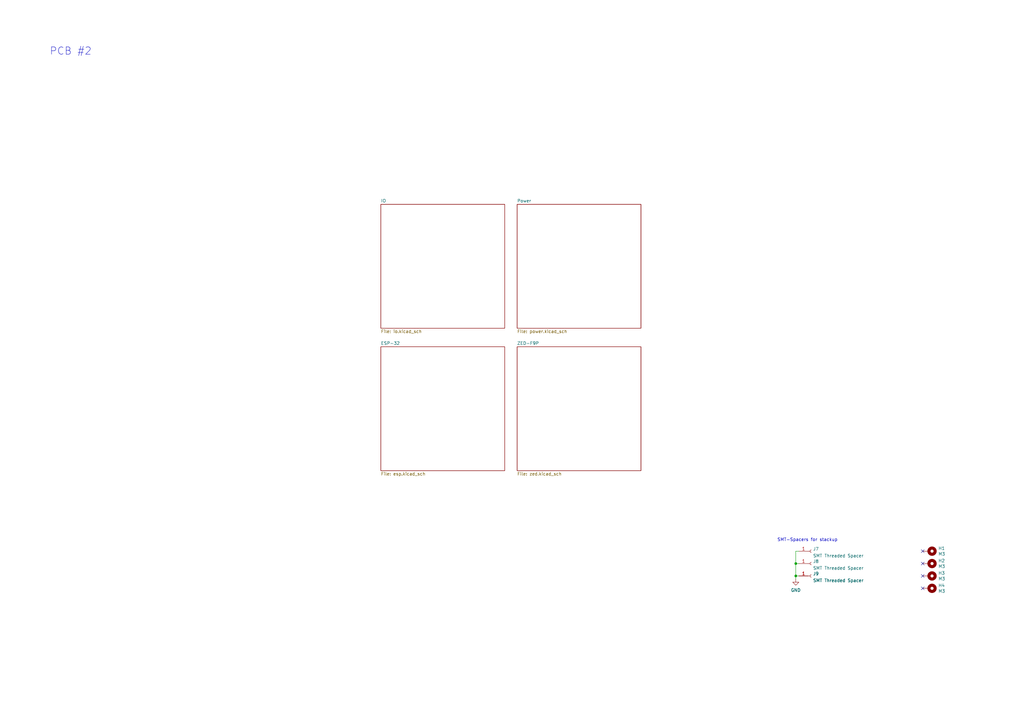
<source format=kicad_sch>
(kicad_sch (version 20211123) (generator eeschema)
  (paper "A3")
  (title_block (title "GNSS") (rev "B"))
  (lib_symbols
    (symbol "Connector:Conn_01x01_Female" (pin_names (offset 1.016) hide)
      (property "Reference" "J" (at 0 2.54 0))
      (property "Value" "Conn_01x01_Female" (at 0 -2.54 0))
      (symbol "Conn_01x01_Female_1_1"
        (polyline (pts (xy -1.27 0) (xy -0.508 0)) (stroke (width 0.1524)))
        (arc (start 0 0.508) (mid -0.508 0) (end 0 -0.508) (stroke (width 0.1524)))
        (pin passive line (at -5.08 0 0) (length 3.81) (name "Pin_1") (number "1"))
      )
    )
    (symbol "Mechanical:MountingHole_Pad" (pin_numbers hide) (pin_names (offset 1.016) hide)
      (property "Reference" "H" (at 0 6.35 0))
      (property "Value" "MountingHole_Pad" (at 0 4.445 0))
      (symbol "MountingHole_Pad_0_1"
        (circle (center 0 1.27) (radius 1.27) (stroke (width 1.27)))
      )
      (symbol "MountingHole_Pad_1_1"
        (pin input line (at 0 -2.54 90) (length 2.54) (name "1") (number "1"))
      )
    )
    (symbol "power:GND" (power) (pin_names (offset 0))
      (property "Value" "GND" (at 0 -3.81 0))
      (symbol "GND_0_1"
        (polyline (pts (xy 0 0) (xy 0 -1.27) (xy 1.27 -1.27) (xy 0 -2.54) (xy -1.27 -1.27) (xy 0 -1.27)))
      )
      (symbol "GND_1_1"
        (pin power_in line (at 0 0 270) (length 0) hide (name "GND") (number "1"))
      )
    )
  )
  (junction (at 326.39 236.22))
  (junction (at 326.39 231.14))
  (no_connect (at 378.46 231.14))
  (no_connect (at 378.46 236.22))
  (no_connect (at 378.46 226.06))
  (no_connect (at 378.46 241.3))
  (wire (pts (xy 326.39 231.14) (xy 327.66 231.14)))
  (wire (pts (xy 326.39 231.14) (xy 326.39 226.06)))
  (wire (pts (xy 326.39 236.22) (xy 327.66 236.22)))
  (wire (pts (xy 326.39 236.22) (xy 326.39 231.14)))
  (wire (pts (xy 326.39 237.49) (xy 326.39 236.22)))
  (wire (pts (xy 326.39 226.06) (xy 327.66 226.06)))
  (text "PCB #2" (at 20.32 22.86 0) (effects (font (size 3 3)) (justify left bottom)))
  (text "SMT-Spacers for stackup" (at 318.77 222.25 0) (effects (font (size 1.27 1.27)) (justify left bottom)))
  (symbol (lib_id "Mechanical:MountingHole_Pad") (at 381 226.06 270) (unit 1)
    (property "Reference" "H1" (at 384.81 224.8916 90) (effects (justify left)))
    (property "Value" "M3" (at 384.81 227.203 90) (effects (justify left)))
    (property "Footprint" "Franz-Lib:MountingHole_3.2mm_M3_Pad_Via_NoSilk" (effects hide))
  )
  (symbol (lib_id "Mechanical:MountingHole_Pad") (at 381 231.14 270) (unit 1)
    (property "Reference" "H2" (at 384.81 229.9716 90) (effects (justify left)))
    (property "Value" "M3" (at 384.81 232.283 90) (effects (justify left)))
    (property "Footprint" "Franz-Lib:MountingHole_3.2mm_M3_Pad_Via_NoSilk" (effects hide))
  )
  (symbol (lib_id "Mechanical:MountingHole_Pad") (at 381 236.22 270) (unit 1)
    (property "Reference" "H3" (at 384.81 235.0516 90) (effects (justify left)))
    (property "Value" "M3" (at 384.81 237.363 90) (effects (justify left)))
    (property "Footprint" "Franz-Lib:MountingHole_3.2mm_M3_Pad_Via_NoSilk" (effects hide))
  )
  (symbol (lib_id "Mechanical:MountingHole_Pad") (at 381 241.3 270) (unit 1)
    (property "Reference" "H4" (at 384.81 240.1316 90) (effects (justify left)))
    (property "Value" "M3" (at 384.81 242.443 90) (effects (justify left)))
    (property "Footprint" "Franz-Lib:MountingHole_3.2mm_M3_Pad_Via_NoSilk" (effects hide))
  )
  (symbol (lib_id "Connector:Conn_01x01_Female") (at 332.74 236.22 0) (unit 1)
    (property "Reference" "J9" (at 333.4512 235.3115 0) (effects (justify left)))
    (property "Value" "SMT Threaded Spacer" (at 333.4512 238.0866 0) (effects (justify left)))
    (property "Footprint" "Franz-Lib:Mounting_Wuerth_WA-SMSI-M2_H4mm_ 9774040943" (effects hide))
  )
  (symbol (lib_id "Connector:Conn_01x01_Female") (at 332.74 226.06 0) (unit 1)
    (property "Reference" "J7" (at 333.4512 225.1515 0) (effects (justify left)))
    (property "Value" "SMT Threaded Spacer" (at 333.4512 227.9266 0) (effects (justify left)))
    (property "Footprint" "Franz-Lib:Mounting_Wuerth_WA-SMSI-M2_H4mm_ 9774040943" (effects hide))
  )
  (symbol (lib_id "Connector:Conn_01x01_Female") (at 332.74 231.14 0) (unit 1)
    (property "Reference" "J8" (at 333.4512 230.2315 0) (effects (justify left)))
    (property "Value" "SMT Threaded Spacer" (at 333.4512 233.0066 0) (effects (justify left)))
    (property "Footprint" "Franz-Lib:Mounting_Wuerth_WA-SMSI-M2_H4mm_ 9774040943" (effects hide))
  )
  (symbol (lib_id "power:GND") (at 326.39 237.49 0) (unit 1)
    (property "Reference" "#PWR0129" (effects hide))
    (property "Value" "GND" (at 326.39 242.0525 0))
  )
  (sheet (at 212.09 142.24) (size 50.8 50.8) (stroke (width 0.1524))
    (property "Sheet name" "ZED-F9P" (at 212.09 141.5284 0) (effects (justify left bottom)))
    (property "Sheet file" "zed.kicad_sch" (at 212.09 193.6246 0) (effects (justify left top)))
  )
  (sheet (at 212.09 83.82) (size 50.8 50.8) (stroke (width 0.1524))
    (property "Sheet name" "Power" (at 212.09 83.1084 0) (effects (justify left bottom)))
    (property "Sheet file" "power.kicad_sch" (at 212.09 135.2046 0) (effects (justify left top)))
  )
  (sheet (at 156.21 142.24) (size 50.8 50.8) (stroke (width 0.1524))
    (property "Sheet name" "ESP-32" (at 156.21 141.5284 0) (effects (justify left bottom)))
    (property "Sheet file" "esp.kicad_sch" (at 156.21 193.6246 0) (effects (justify left top)))
  )
  (sheet (at 156.21 83.82) (size 50.8 50.8) (stroke (width 0.1524))
    (property "Sheet name" "IO" (at 156.21 83.1084 0) (effects (justify left bottom)))
    (property "Sheet file" "io.kicad_sch" (at 156.21 135.2046 0) (effects (justify left top)))
  )
)
</source>
